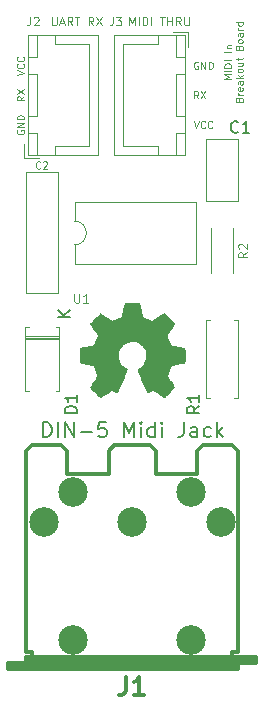
<source format=gbr>
%TF.GenerationSoftware,KiCad,Pcbnew,6.0.7-f9a2dced07~116~ubuntu20.04.1*%
%TF.CreationDate,2022-08-23T18:53:04+02:00*%
%TF.ProjectId,MIDI_IN,4d494449-5f49-44e2-9e6b-696361645f70,rev?*%
%TF.SameCoordinates,Original*%
%TF.FileFunction,Legend,Top*%
%TF.FilePolarity,Positive*%
%FSLAX46Y46*%
G04 Gerber Fmt 4.6, Leading zero omitted, Abs format (unit mm)*
G04 Created by KiCad (PCBNEW 6.0.7-f9a2dced07~116~ubuntu20.04.1) date 2022-08-23 18:53:04*
%MOMM*%
%LPD*%
G01*
G04 APERTURE LIST*
%ADD10C,0.100000*%
%ADD11C,0.060000*%
%ADD12C,0.150000*%
%ADD13C,0.304800*%
%ADD14C,0.200000*%
%ADD15C,0.120000*%
%ADD16C,0.010000*%
%ADD17C,2.499360*%
G04 APERTURE END LIST*
D10*
X107206606Y-83071906D02*
X107006606Y-82786192D01*
X106863748Y-83071906D02*
X106863748Y-82471906D01*
X107092320Y-82471906D01*
X107149463Y-82500478D01*
X107178034Y-82529049D01*
X107206606Y-82586192D01*
X107206606Y-82671906D01*
X107178034Y-82729049D01*
X107149463Y-82757620D01*
X107092320Y-82786192D01*
X106863748Y-82786192D01*
X107406606Y-82471906D02*
X107806606Y-83071906D01*
X107806606Y-82471906D02*
X107406606Y-83071906D01*
X92439152Y-82904000D02*
X92153438Y-83104000D01*
X92439152Y-83246857D02*
X91839152Y-83246857D01*
X91839152Y-83018285D01*
X91867724Y-82961142D01*
X91896295Y-82932571D01*
X91953438Y-82904000D01*
X92039152Y-82904000D01*
X92096295Y-82932571D01*
X92124866Y-82961142D01*
X92153438Y-83018285D01*
X92153438Y-83246857D01*
X91839152Y-82704000D02*
X92439152Y-82304000D01*
X91839152Y-82304000D02*
X92439152Y-82704000D01*
X107178034Y-80011278D02*
X107120891Y-79982706D01*
X107035177Y-79982706D01*
X106949462Y-80011278D01*
X106892319Y-80068420D01*
X106863748Y-80125563D01*
X106835177Y-80239849D01*
X106835177Y-80325563D01*
X106863748Y-80439849D01*
X106892319Y-80496992D01*
X106949462Y-80554135D01*
X107035177Y-80582706D01*
X107092319Y-80582706D01*
X107178034Y-80554135D01*
X107206605Y-80525563D01*
X107206605Y-80325563D01*
X107092319Y-80325563D01*
X107463748Y-80582706D02*
X107463748Y-79982706D01*
X107806605Y-80582706D01*
X107806605Y-79982706D01*
X108092319Y-80582706D02*
X108092319Y-79982706D01*
X108235177Y-79982706D01*
X108320891Y-80011278D01*
X108378034Y-80068420D01*
X108406605Y-80125563D01*
X108435177Y-80239849D01*
X108435177Y-80325563D01*
X108406605Y-80439849D01*
X108378034Y-80496992D01*
X108320891Y-80554135D01*
X108235177Y-80582706D01*
X108092319Y-80582706D01*
X106830288Y-84986506D02*
X107030288Y-85586506D01*
X107230288Y-84986506D01*
X107773145Y-85529363D02*
X107744573Y-85557935D01*
X107658859Y-85586506D01*
X107601716Y-85586506D01*
X107516002Y-85557935D01*
X107458859Y-85500792D01*
X107430288Y-85443649D01*
X107401716Y-85329363D01*
X107401716Y-85243649D01*
X107430288Y-85129363D01*
X107458859Y-85072220D01*
X107516002Y-85015078D01*
X107601716Y-84986506D01*
X107658859Y-84986506D01*
X107744573Y-85015078D01*
X107773145Y-85043649D01*
X108373145Y-85529363D02*
X108344573Y-85557935D01*
X108258859Y-85586506D01*
X108201716Y-85586506D01*
X108116002Y-85557935D01*
X108058859Y-85500792D01*
X108030288Y-85443649D01*
X108001716Y-85329363D01*
X108001716Y-85243649D01*
X108030288Y-85129363D01*
X108058859Y-85072220D01*
X108116002Y-85015078D01*
X108201716Y-84986506D01*
X108258859Y-84986506D01*
X108344573Y-85015078D01*
X108373145Y-85043649D01*
X91839152Y-81114800D02*
X92439152Y-80914800D01*
X91839152Y-80714800D01*
X92382009Y-80171942D02*
X92410581Y-80200514D01*
X92439152Y-80286228D01*
X92439152Y-80343371D01*
X92410581Y-80429085D01*
X92353438Y-80486228D01*
X92296295Y-80514800D01*
X92182009Y-80543371D01*
X92096295Y-80543371D01*
X91982009Y-80514800D01*
X91924866Y-80486228D01*
X91867724Y-80429085D01*
X91839152Y-80343371D01*
X91839152Y-80286228D01*
X91867724Y-80200514D01*
X91896295Y-80171942D01*
X92382009Y-79571942D02*
X92410581Y-79600514D01*
X92439152Y-79686228D01*
X92439152Y-79743371D01*
X92410581Y-79829085D01*
X92353438Y-79886228D01*
X92296295Y-79914800D01*
X92182009Y-79943371D01*
X92096295Y-79943371D01*
X91982009Y-79914800D01*
X91924866Y-79886228D01*
X91867724Y-79829085D01*
X91839152Y-79743371D01*
X91839152Y-79686228D01*
X91867724Y-79600514D01*
X91896295Y-79571942D01*
X91876600Y-85775742D02*
X91848028Y-85832885D01*
X91848028Y-85918600D01*
X91876600Y-86004314D01*
X91933742Y-86061457D01*
X91990885Y-86090028D01*
X92105171Y-86118600D01*
X92190885Y-86118600D01*
X92305171Y-86090028D01*
X92362314Y-86061457D01*
X92419457Y-86004314D01*
X92448028Y-85918600D01*
X92448028Y-85861457D01*
X92419457Y-85775742D01*
X92390885Y-85747171D01*
X92190885Y-85747171D01*
X92190885Y-85861457D01*
X92448028Y-85490028D02*
X91848028Y-85490028D01*
X92448028Y-85147171D01*
X91848028Y-85147171D01*
X92448028Y-84861457D02*
X91848028Y-84861457D01*
X91848028Y-84718600D01*
X91876600Y-84632885D01*
X91933742Y-84575742D01*
X91990885Y-84547171D01*
X92105171Y-84518600D01*
X92190885Y-84518600D01*
X92305171Y-84547171D01*
X92362314Y-84575742D01*
X92419457Y-84632885D01*
X92448028Y-84718600D01*
X92448028Y-84861457D01*
D11*
X110007380Y-81438571D02*
X109407380Y-81438571D01*
X109835952Y-81238571D01*
X109407380Y-81038571D01*
X110007380Y-81038571D01*
X110007380Y-80752857D02*
X109407380Y-80752857D01*
X110007380Y-80467142D02*
X109407380Y-80467142D01*
X109407380Y-80324285D01*
X109435952Y-80238571D01*
X109493094Y-80181428D01*
X109550237Y-80152857D01*
X109664523Y-80124285D01*
X109750237Y-80124285D01*
X109864523Y-80152857D01*
X109921666Y-80181428D01*
X109978809Y-80238571D01*
X110007380Y-80324285D01*
X110007380Y-80467142D01*
X110007380Y-79867142D02*
X109407380Y-79867142D01*
X110007380Y-79124285D02*
X109407380Y-79124285D01*
X109607380Y-78838571D02*
X110007380Y-78838571D01*
X109664523Y-78838571D02*
X109635952Y-78810000D01*
X109607380Y-78752857D01*
X109607380Y-78667142D01*
X109635952Y-78610000D01*
X109693094Y-78581428D01*
X110007380Y-78581428D01*
X110659094Y-83167142D02*
X110687666Y-83081428D01*
X110716237Y-83052857D01*
X110773380Y-83024285D01*
X110859094Y-83024285D01*
X110916237Y-83052857D01*
X110944809Y-83081428D01*
X110973380Y-83138571D01*
X110973380Y-83367142D01*
X110373380Y-83367142D01*
X110373380Y-83167142D01*
X110401952Y-83110000D01*
X110430523Y-83081428D01*
X110487666Y-83052857D01*
X110544809Y-83052857D01*
X110601952Y-83081428D01*
X110630523Y-83110000D01*
X110659094Y-83167142D01*
X110659094Y-83367142D01*
X110973380Y-82767142D02*
X110573380Y-82767142D01*
X110687666Y-82767142D02*
X110630523Y-82738571D01*
X110601952Y-82710000D01*
X110573380Y-82652857D01*
X110573380Y-82595714D01*
X110944809Y-82167142D02*
X110973380Y-82224285D01*
X110973380Y-82338571D01*
X110944809Y-82395714D01*
X110887666Y-82424285D01*
X110659094Y-82424285D01*
X110601952Y-82395714D01*
X110573380Y-82338571D01*
X110573380Y-82224285D01*
X110601952Y-82167142D01*
X110659094Y-82138571D01*
X110716237Y-82138571D01*
X110773380Y-82424285D01*
X110973380Y-81624285D02*
X110659094Y-81624285D01*
X110601952Y-81652857D01*
X110573380Y-81710000D01*
X110573380Y-81824285D01*
X110601952Y-81881428D01*
X110944809Y-81624285D02*
X110973380Y-81681428D01*
X110973380Y-81824285D01*
X110944809Y-81881428D01*
X110887666Y-81910000D01*
X110830523Y-81910000D01*
X110773380Y-81881428D01*
X110744809Y-81824285D01*
X110744809Y-81681428D01*
X110716237Y-81624285D01*
X110973380Y-81338571D02*
X110373380Y-81338571D01*
X110744809Y-81281428D02*
X110973380Y-81110000D01*
X110573380Y-81110000D02*
X110801952Y-81338571D01*
X110973380Y-80767142D02*
X110944809Y-80824285D01*
X110916237Y-80852857D01*
X110859094Y-80881428D01*
X110687666Y-80881428D01*
X110630523Y-80852857D01*
X110601952Y-80824285D01*
X110573380Y-80767142D01*
X110573380Y-80681428D01*
X110601952Y-80624285D01*
X110630523Y-80595714D01*
X110687666Y-80567142D01*
X110859094Y-80567142D01*
X110916237Y-80595714D01*
X110944809Y-80624285D01*
X110973380Y-80681428D01*
X110973380Y-80767142D01*
X110573380Y-80052857D02*
X110973380Y-80052857D01*
X110573380Y-80310000D02*
X110887666Y-80310000D01*
X110944809Y-80281428D01*
X110973380Y-80224285D01*
X110973380Y-80138571D01*
X110944809Y-80081428D01*
X110916237Y-80052857D01*
X110573380Y-79852857D02*
X110573380Y-79624285D01*
X110373380Y-79767142D02*
X110887666Y-79767142D01*
X110944809Y-79738571D01*
X110973380Y-79681428D01*
X110973380Y-79624285D01*
X110659094Y-78767142D02*
X110687666Y-78681428D01*
X110716237Y-78652857D01*
X110773380Y-78624285D01*
X110859094Y-78624285D01*
X110916237Y-78652857D01*
X110944809Y-78681428D01*
X110973380Y-78738571D01*
X110973380Y-78967142D01*
X110373380Y-78967142D01*
X110373380Y-78767142D01*
X110401952Y-78710000D01*
X110430523Y-78681428D01*
X110487666Y-78652857D01*
X110544809Y-78652857D01*
X110601952Y-78681428D01*
X110630523Y-78710000D01*
X110659094Y-78767142D01*
X110659094Y-78967142D01*
X110973380Y-78281428D02*
X110944809Y-78338571D01*
X110916237Y-78367142D01*
X110859094Y-78395714D01*
X110687666Y-78395714D01*
X110630523Y-78367142D01*
X110601952Y-78338571D01*
X110573380Y-78281428D01*
X110573380Y-78195714D01*
X110601952Y-78138571D01*
X110630523Y-78110000D01*
X110687666Y-78081428D01*
X110859094Y-78081428D01*
X110916237Y-78110000D01*
X110944809Y-78138571D01*
X110973380Y-78195714D01*
X110973380Y-78281428D01*
X110973380Y-77567142D02*
X110659094Y-77567142D01*
X110601952Y-77595714D01*
X110573380Y-77652857D01*
X110573380Y-77767142D01*
X110601952Y-77824285D01*
X110944809Y-77567142D02*
X110973380Y-77624285D01*
X110973380Y-77767142D01*
X110944809Y-77824285D01*
X110887666Y-77852857D01*
X110830523Y-77852857D01*
X110773380Y-77824285D01*
X110744809Y-77767142D01*
X110744809Y-77624285D01*
X110716237Y-77567142D01*
X110973380Y-77281428D02*
X110573380Y-77281428D01*
X110687666Y-77281428D02*
X110630523Y-77252857D01*
X110601952Y-77224285D01*
X110573380Y-77167142D01*
X110573380Y-77110000D01*
X110973380Y-76652857D02*
X110373380Y-76652857D01*
X110944809Y-76652857D02*
X110973380Y-76710000D01*
X110973380Y-76824285D01*
X110944809Y-76881428D01*
X110916237Y-76910000D01*
X110859094Y-76938571D01*
X110687666Y-76938571D01*
X110630523Y-76910000D01*
X110601952Y-76881428D01*
X110573380Y-76824285D01*
X110573380Y-76710000D01*
X110601952Y-76652857D01*
D10*
%TO.C,R2*%
X111337285Y-96097000D02*
X110980142Y-96347000D01*
X111337285Y-96525571D02*
X110587285Y-96525571D01*
X110587285Y-96239857D01*
X110623000Y-96168428D01*
X110658714Y-96132714D01*
X110730142Y-96097000D01*
X110837285Y-96097000D01*
X110908714Y-96132714D01*
X110944428Y-96168428D01*
X110980142Y-96239857D01*
X110980142Y-96525571D01*
X110658714Y-95811285D02*
X110623000Y-95775571D01*
X110587285Y-95704142D01*
X110587285Y-95525571D01*
X110623000Y-95454142D01*
X110658714Y-95418428D01*
X110730142Y-95382714D01*
X110801571Y-95382714D01*
X110908714Y-95418428D01*
X111337285Y-95847000D01*
X111337285Y-95382714D01*
%TO.C,U1*%
X96703571Y-99626285D02*
X96703571Y-100233428D01*
X96739285Y-100304857D01*
X96775000Y-100340571D01*
X96846428Y-100376285D01*
X96989285Y-100376285D01*
X97060714Y-100340571D01*
X97096428Y-100304857D01*
X97132142Y-100233428D01*
X97132142Y-99626285D01*
X97882142Y-100376285D02*
X97453571Y-100376285D01*
X97667857Y-100376285D02*
X97667857Y-99626285D01*
X97596428Y-99733428D01*
X97525000Y-99804857D01*
X97453571Y-99840571D01*
%TO.C,J3*%
X99969666Y-76197666D02*
X99969666Y-76697666D01*
X99936333Y-76797666D01*
X99869666Y-76864333D01*
X99769666Y-76897666D01*
X99703000Y-76897666D01*
X100236333Y-76197666D02*
X100669666Y-76197666D01*
X100436333Y-76464333D01*
X100536333Y-76464333D01*
X100603000Y-76497666D01*
X100636333Y-76531000D01*
X100669666Y-76597666D01*
X100669666Y-76764333D01*
X100636333Y-76831000D01*
X100603000Y-76864333D01*
X100536333Y-76897666D01*
X100336333Y-76897666D01*
X100269666Y-76864333D01*
X100236333Y-76831000D01*
X101352666Y-76897666D02*
X101352666Y-76197666D01*
X101586000Y-76697666D01*
X101819333Y-76197666D01*
X101819333Y-76897666D01*
X102152666Y-76897666D02*
X102152666Y-76197666D01*
X102486000Y-76897666D02*
X102486000Y-76197666D01*
X102652666Y-76197666D01*
X102752666Y-76231000D01*
X102819333Y-76297666D01*
X102852666Y-76364333D01*
X102886000Y-76497666D01*
X102886000Y-76597666D01*
X102852666Y-76731000D01*
X102819333Y-76797666D01*
X102752666Y-76864333D01*
X102652666Y-76897666D01*
X102486000Y-76897666D01*
X103186000Y-76897666D02*
X103186000Y-76197666D01*
X103952666Y-76197666D02*
X104352666Y-76197666D01*
X104152666Y-76897666D02*
X104152666Y-76197666D01*
X104586000Y-76897666D02*
X104586000Y-76197666D01*
X104586000Y-76531000D02*
X104986000Y-76531000D01*
X104986000Y-76897666D02*
X104986000Y-76197666D01*
X105719333Y-76897666D02*
X105486000Y-76564333D01*
X105319333Y-76897666D02*
X105319333Y-76197666D01*
X105586000Y-76197666D01*
X105652666Y-76231000D01*
X105686000Y-76264333D01*
X105719333Y-76331000D01*
X105719333Y-76431000D01*
X105686000Y-76497666D01*
X105652666Y-76531000D01*
X105586000Y-76564333D01*
X105319333Y-76564333D01*
X106019333Y-76197666D02*
X106019333Y-76764333D01*
X106052666Y-76831000D01*
X106086000Y-76864333D01*
X106152666Y-76897666D01*
X106286000Y-76897666D01*
X106352666Y-76864333D01*
X106386000Y-76831000D01*
X106419333Y-76764333D01*
X106419333Y-76197666D01*
X94807999Y-76197666D02*
X94807999Y-76764333D01*
X94841332Y-76831000D01*
X94874666Y-76864333D01*
X94941332Y-76897666D01*
X95074666Y-76897666D01*
X95141332Y-76864333D01*
X95174666Y-76831000D01*
X95207999Y-76764333D01*
X95207999Y-76197666D01*
X95507999Y-76697666D02*
X95841332Y-76697666D01*
X95441332Y-76897666D02*
X95674666Y-76197666D01*
X95907999Y-76897666D01*
X96541332Y-76897666D02*
X96307999Y-76564333D01*
X96141332Y-76897666D02*
X96141332Y-76197666D01*
X96407999Y-76197666D01*
X96474666Y-76231000D01*
X96507999Y-76264333D01*
X96541332Y-76331000D01*
X96541332Y-76431000D01*
X96507999Y-76497666D01*
X96474666Y-76531000D01*
X96407999Y-76564333D01*
X96141332Y-76564333D01*
X96741332Y-76197666D02*
X97141332Y-76197666D01*
X96941332Y-76897666D02*
X96941332Y-76197666D01*
X98307999Y-76897666D02*
X98074666Y-76564333D01*
X97907999Y-76897666D02*
X97907999Y-76197666D01*
X98174666Y-76197666D01*
X98241332Y-76231000D01*
X98274666Y-76264333D01*
X98307999Y-76331000D01*
X98307999Y-76431000D01*
X98274666Y-76497666D01*
X98241332Y-76531000D01*
X98174666Y-76564333D01*
X97907999Y-76564333D01*
X98541332Y-76197666D02*
X99007999Y-76897666D01*
X99007999Y-76197666D02*
X98541332Y-76897666D01*
D12*
%TO.C,R1*%
X107285380Y-109131763D02*
X106809190Y-109465097D01*
X107285380Y-109703192D02*
X106285380Y-109703192D01*
X106285380Y-109322239D01*
X106333000Y-109227001D01*
X106380619Y-109179382D01*
X106475857Y-109131763D01*
X106618714Y-109131763D01*
X106713952Y-109179382D01*
X106761571Y-109227001D01*
X106809190Y-109322239D01*
X106809190Y-109703192D01*
X107285380Y-108179382D02*
X107285380Y-108750811D01*
X107285380Y-108465097D02*
X106285380Y-108465097D01*
X106428238Y-108560335D01*
X106523476Y-108655573D01*
X106571095Y-108750811D01*
D13*
%TO.C,J1*%
X101092000Y-132086168D02*
X101092000Y-133174740D01*
X101019428Y-133392454D01*
X100874285Y-133537597D01*
X100656571Y-133610168D01*
X100511428Y-133610168D01*
X102616000Y-133610168D02*
X101745142Y-133610168D01*
X102180571Y-133610168D02*
X102180571Y-132086168D01*
X102035428Y-132303882D01*
X101890285Y-132449025D01*
X101745142Y-132521597D01*
D14*
X94091276Y-111766676D02*
X94091276Y-110516676D01*
X94388895Y-110516676D01*
X94567466Y-110576200D01*
X94686514Y-110695247D01*
X94746038Y-110814295D01*
X94805561Y-111052390D01*
X94805561Y-111230961D01*
X94746038Y-111469057D01*
X94686514Y-111588104D01*
X94567466Y-111707152D01*
X94388895Y-111766676D01*
X94091276Y-111766676D01*
X95341276Y-111766676D02*
X95341276Y-110516676D01*
X95936514Y-111766676D02*
X95936514Y-110516676D01*
X96650799Y-111766676D01*
X96650799Y-110516676D01*
X97246038Y-111290485D02*
X98198419Y-111290485D01*
X99388895Y-110516676D02*
X98793657Y-110516676D01*
X98734133Y-111111914D01*
X98793657Y-111052390D01*
X98912704Y-110992866D01*
X99210323Y-110992866D01*
X99329371Y-111052390D01*
X99388895Y-111111914D01*
X99448419Y-111230961D01*
X99448419Y-111528580D01*
X99388895Y-111647628D01*
X99329371Y-111707152D01*
X99210323Y-111766676D01*
X98912704Y-111766676D01*
X98793657Y-111707152D01*
X98734133Y-111647628D01*
X100936514Y-111766676D02*
X100936514Y-110516676D01*
X101353180Y-111409533D01*
X101769847Y-110516676D01*
X101769847Y-111766676D01*
X102365085Y-111766676D02*
X102365085Y-110933342D01*
X102365085Y-110516676D02*
X102305561Y-110576200D01*
X102365085Y-110635723D01*
X102424609Y-110576200D01*
X102365085Y-110516676D01*
X102365085Y-110635723D01*
X103496038Y-111766676D02*
X103496038Y-110516676D01*
X103496038Y-111707152D02*
X103376990Y-111766676D01*
X103138895Y-111766676D01*
X103019847Y-111707152D01*
X102960323Y-111647628D01*
X102900799Y-111528580D01*
X102900799Y-111171438D01*
X102960323Y-111052390D01*
X103019847Y-110992866D01*
X103138895Y-110933342D01*
X103376990Y-110933342D01*
X103496038Y-110992866D01*
X104091276Y-111766676D02*
X104091276Y-110933342D01*
X104091276Y-110516676D02*
X104031752Y-110576200D01*
X104091276Y-110635723D01*
X104150799Y-110576200D01*
X104091276Y-110516676D01*
X104091276Y-110635723D01*
X105996038Y-110516676D02*
X105996038Y-111409533D01*
X105936514Y-111588104D01*
X105817466Y-111707152D01*
X105638895Y-111766676D01*
X105519847Y-111766676D01*
X107126990Y-111766676D02*
X107126990Y-111111914D01*
X107067466Y-110992866D01*
X106948419Y-110933342D01*
X106710323Y-110933342D01*
X106591276Y-110992866D01*
X107126990Y-111707152D02*
X107007942Y-111766676D01*
X106710323Y-111766676D01*
X106591276Y-111707152D01*
X106531752Y-111588104D01*
X106531752Y-111469057D01*
X106591276Y-111350009D01*
X106710323Y-111290485D01*
X107007942Y-111290485D01*
X107126990Y-111230961D01*
X108257942Y-111707152D02*
X108138895Y-111766676D01*
X107900799Y-111766676D01*
X107781752Y-111707152D01*
X107722228Y-111647628D01*
X107662704Y-111528580D01*
X107662704Y-111171438D01*
X107722228Y-111052390D01*
X107781752Y-110992866D01*
X107900799Y-110933342D01*
X108138895Y-110933342D01*
X108257942Y-110992866D01*
X108793657Y-111766676D02*
X108793657Y-110516676D01*
X108912704Y-111290485D02*
X109269847Y-111766676D01*
X109269847Y-110933342D02*
X108793657Y-111409533D01*
D10*
%TO.C,J2*%
X92984666Y-76197666D02*
X92984666Y-76697666D01*
X92951333Y-76797666D01*
X92884666Y-76864333D01*
X92784666Y-76897666D01*
X92718000Y-76897666D01*
X93284666Y-76264333D02*
X93318000Y-76231000D01*
X93384666Y-76197666D01*
X93551333Y-76197666D01*
X93618000Y-76231000D01*
X93651333Y-76264333D01*
X93684666Y-76331000D01*
X93684666Y-76397666D01*
X93651333Y-76497666D01*
X93251333Y-76897666D01*
X93684666Y-76897666D01*
%TO.C,C2*%
X93829200Y-88961885D02*
X93800628Y-88990457D01*
X93714914Y-89019028D01*
X93657771Y-89019028D01*
X93572057Y-88990457D01*
X93514914Y-88933314D01*
X93486342Y-88876171D01*
X93457771Y-88761885D01*
X93457771Y-88676171D01*
X93486342Y-88561885D01*
X93514914Y-88504742D01*
X93572057Y-88447600D01*
X93657771Y-88419028D01*
X93714914Y-88419028D01*
X93800628Y-88447600D01*
X93829200Y-88476171D01*
X94057771Y-88476171D02*
X94086342Y-88447600D01*
X94143485Y-88419028D01*
X94286342Y-88419028D01*
X94343485Y-88447600D01*
X94372057Y-88476171D01*
X94400628Y-88533314D01*
X94400628Y-88590457D01*
X94372057Y-88676171D01*
X94029200Y-89019028D01*
X94400628Y-89019028D01*
D12*
%TO.C,D1*%
X96902380Y-109703192D02*
X95902380Y-109703192D01*
X95902380Y-109465097D01*
X95950000Y-109322239D01*
X96045238Y-109227001D01*
X96140476Y-109179382D01*
X96330952Y-109131763D01*
X96473809Y-109131763D01*
X96664285Y-109179382D01*
X96759523Y-109227001D01*
X96854761Y-109322239D01*
X96902380Y-109465097D01*
X96902380Y-109703192D01*
X96902380Y-108179382D02*
X96902380Y-108750811D01*
X96902380Y-108465097D02*
X95902380Y-108465097D01*
X96045238Y-108560335D01*
X96140476Y-108655573D01*
X96188095Y-108750811D01*
X96332380Y-101607904D02*
X95332380Y-101607904D01*
X96332380Y-101036476D02*
X95760952Y-101465047D01*
X95332380Y-101036476D02*
X95903809Y-101607904D01*
%TO.C,C1*%
X110565705Y-85904342D02*
X110518086Y-85951961D01*
X110375229Y-85999580D01*
X110279991Y-85999580D01*
X110137133Y-85951961D01*
X110041895Y-85856723D01*
X109994276Y-85761485D01*
X109946657Y-85571009D01*
X109946657Y-85428152D01*
X109994276Y-85237676D01*
X110041895Y-85142438D01*
X110137133Y-85047200D01*
X110279991Y-84999580D01*
X110375229Y-84999580D01*
X110518086Y-85047200D01*
X110565705Y-85094819D01*
X111518086Y-85999580D02*
X110946657Y-85999580D01*
X111232372Y-85999580D02*
X111232372Y-84999580D01*
X111137133Y-85142438D01*
X111041895Y-85237676D01*
X110946657Y-85285295D01*
D15*
%TO.C,R2*%
X108283000Y-94052000D02*
X108283000Y-97892000D01*
X110123000Y-94052000D02*
X110123000Y-97892000D01*
%TO.C,U1*%
X107004000Y-97129000D02*
X107004000Y-91829000D01*
X96724000Y-91829000D02*
X96724000Y-93479000D01*
X107004000Y-91829000D02*
X96724000Y-91829000D01*
X96724000Y-97129000D02*
X107004000Y-97129000D01*
X96724000Y-95479000D02*
X96724000Y-97129000D01*
X96724000Y-95479000D02*
G75*
G03*
X96724000Y-93479000I0J1000000D01*
G01*
%TO.C,J3*%
X100088200Y-77744000D02*
X100088200Y-87864000D01*
X106048200Y-81054000D02*
X105298200Y-81054000D01*
X106048200Y-84554000D02*
X106048200Y-81054000D01*
X105298200Y-77754000D02*
X105298200Y-79554000D01*
X100088200Y-87864000D02*
X106058200Y-87864000D01*
X106058200Y-77744000D02*
X100088200Y-77744000D01*
X103798200Y-87854000D02*
X103798200Y-87104000D01*
X106058200Y-87864000D02*
X106058200Y-77744000D01*
X100848200Y-87104000D02*
X100848200Y-82804000D01*
X105298200Y-87854000D02*
X106048200Y-87854000D01*
X100848200Y-78504000D02*
X100848200Y-82804000D01*
X103798200Y-87104000D02*
X100848200Y-87104000D01*
X106048200Y-77754000D02*
X105298200Y-77754000D01*
X106048200Y-87854000D02*
X106048200Y-86054000D01*
X105298200Y-79554000D02*
X106048200Y-79554000D01*
X106048200Y-79554000D02*
X106048200Y-77754000D01*
X105298200Y-84554000D02*
X106048200Y-84554000D01*
X103798200Y-78504000D02*
X100848200Y-78504000D01*
X103798200Y-77754000D02*
X103798200Y-78504000D01*
X106348200Y-77454000D02*
X105098200Y-77454000D01*
X105298200Y-86054000D02*
X105298200Y-87854000D01*
X105298200Y-81054000D02*
X105298200Y-84554000D01*
X106348200Y-78704000D02*
X106348200Y-77454000D01*
X106048200Y-86054000D02*
X105298200Y-86054000D01*
%TO.C,R1*%
X107833000Y-101886000D02*
X108163000Y-101886000D01*
X107833000Y-108426000D02*
X107833000Y-101886000D01*
X110243000Y-108426000D02*
X110573000Y-108426000D01*
X110573000Y-101886000D02*
X110243000Y-101886000D01*
X110573000Y-108426000D02*
X110573000Y-101886000D01*
X108163000Y-108426000D02*
X107833000Y-108426000D01*
D13*
%TO.C,J1*%
X107099100Y-114919760D02*
X103598980Y-114919760D01*
X110098840Y-130418840D02*
X110098840Y-129921000D01*
X99601020Y-112920780D02*
X99601020Y-114919760D01*
X112100360Y-130418840D02*
X112100360Y-130919220D01*
X110599220Y-129921000D02*
X110098840Y-129921000D01*
X110599220Y-130919220D02*
X92600780Y-130919220D01*
X100098860Y-112420400D02*
X103101140Y-112420400D01*
X92600780Y-112920780D02*
X93101160Y-112420400D01*
X93101160Y-112420400D02*
X95600520Y-112420400D01*
X110599220Y-112920780D02*
X110098840Y-112420400D01*
X100098860Y-112420400D02*
X99601020Y-112920780D01*
X110098840Y-112420400D02*
X108099860Y-112420400D01*
X95600520Y-112420400D02*
X96100900Y-112920780D01*
X110599220Y-131419600D02*
X91099640Y-131419600D01*
X92600780Y-130919220D02*
X92600780Y-130418840D01*
X92600780Y-112920780D02*
X92600780Y-129921000D01*
X91099640Y-130919220D02*
X92600780Y-130919220D01*
X96100900Y-114919760D02*
X99601020Y-114919760D01*
X112100360Y-130919220D02*
X110599220Y-130919220D01*
X103598980Y-112920780D02*
X103598980Y-114919760D01*
X107099100Y-112920780D02*
X107099100Y-114919760D01*
X96100900Y-112920780D02*
X96100900Y-114919760D01*
X110599220Y-112920780D02*
X110599220Y-129921000D01*
X110599220Y-130919220D02*
X110599220Y-131419600D01*
X107599480Y-112420400D02*
X107099100Y-112920780D01*
X93101160Y-129921000D02*
X93101160Y-130418840D01*
X92600780Y-129921000D02*
X93101160Y-129921000D01*
X108099860Y-112420400D02*
X107599480Y-112420400D01*
X103101140Y-112420400D02*
X103598980Y-112920780D01*
X91099640Y-131419600D02*
X91099640Y-130919220D01*
X91099640Y-131170680D02*
X110599220Y-131170680D01*
X92600780Y-130670300D02*
X112100360Y-130670300D01*
X92600780Y-130418840D02*
X112100360Y-130418840D01*
D15*
%TO.C,J2*%
X92783000Y-79554000D02*
X93533000Y-79554000D01*
X93533000Y-87854000D02*
X93533000Y-86054000D01*
X95033000Y-87854000D02*
X95033000Y-87104000D01*
X95033000Y-87104000D02*
X97983000Y-87104000D01*
X92783000Y-87854000D02*
X93533000Y-87854000D01*
X92783000Y-77754000D02*
X92783000Y-79554000D01*
X93533000Y-81054000D02*
X92783000Y-81054000D01*
X93533000Y-86054000D02*
X92783000Y-86054000D01*
X95033000Y-77754000D02*
X95033000Y-78504000D01*
X93533000Y-77754000D02*
X92783000Y-77754000D01*
X97983000Y-78504000D02*
X97983000Y-82804000D01*
X92783000Y-86054000D02*
X92783000Y-87854000D01*
X98743000Y-87864000D02*
X98743000Y-77744000D01*
X92773000Y-87864000D02*
X98743000Y-87864000D01*
X92483000Y-86904000D02*
X92483000Y-88154000D01*
X98743000Y-77744000D02*
X92773000Y-77744000D01*
X92773000Y-77744000D02*
X92773000Y-87864000D01*
X92783000Y-84554000D02*
X93533000Y-84554000D01*
X92783000Y-81054000D02*
X92783000Y-84554000D01*
X95033000Y-78504000D02*
X97983000Y-78504000D01*
X92483000Y-88154000D02*
X93733000Y-88154000D01*
X93533000Y-79554000D02*
X93533000Y-77754000D01*
X93533000Y-84554000D02*
X93533000Y-81054000D01*
X97983000Y-87104000D02*
X97983000Y-82804000D01*
%TO.C,C2*%
X92593000Y-99568000D02*
X92593000Y-89328000D01*
X92593000Y-99568000D02*
X95333000Y-99568000D01*
X92593000Y-89328000D02*
X95333000Y-89328000D01*
X95333000Y-99568000D02*
X95333000Y-89328000D01*
%TO.C,D1*%
X92510000Y-107876000D02*
X92840000Y-107876000D01*
X95450000Y-102436000D02*
X95450000Y-107876000D01*
X95120000Y-102436000D02*
X95450000Y-102436000D01*
X95450000Y-103216000D02*
X92510000Y-103216000D01*
X95450000Y-103456000D02*
X92510000Y-103456000D01*
X95450000Y-103336000D02*
X92510000Y-103336000D01*
X92510000Y-102436000D02*
X92510000Y-107876000D01*
X92840000Y-102436000D02*
X92510000Y-102436000D01*
X95450000Y-107876000D02*
X95120000Y-107876000D01*
%TO.C,C1*%
X110573000Y-91754000D02*
X110573000Y-86514000D01*
X107833000Y-91754000D02*
X110573000Y-91754000D01*
X107833000Y-91754000D02*
X107833000Y-86514000D01*
X107833000Y-86514000D02*
X110573000Y-86514000D01*
%TO.C,REF\u002A\u002A*%
G36*
X102334110Y-101019827D02*
G01*
X102446692Y-101617018D01*
X102862105Y-101788265D01*
X103277519Y-101959512D01*
X103775876Y-101620633D01*
X103915443Y-101526277D01*
X104041603Y-101442030D01*
X104148470Y-101371738D01*
X104230157Y-101319247D01*
X104280776Y-101288404D01*
X104294561Y-101281753D01*
X104319395Y-101298858D01*
X104372463Y-101346144D01*
X104447815Y-101417572D01*
X104539504Y-101507100D01*
X104641582Y-101608689D01*
X104748101Y-101716298D01*
X104853111Y-101823887D01*
X104950666Y-101925415D01*
X105034817Y-102014841D01*
X105099615Y-102086126D01*
X105139112Y-102133228D01*
X105148555Y-102148992D01*
X105134966Y-102178053D01*
X105096868Y-102241721D01*
X105038268Y-102333767D01*
X104963172Y-102447964D01*
X104875583Y-102578084D01*
X104824829Y-102652301D01*
X104732320Y-102787822D01*
X104650115Y-102910116D01*
X104582205Y-103013095D01*
X104532575Y-103090673D01*
X104505215Y-103136761D01*
X104501104Y-103146447D01*
X104510424Y-103173974D01*
X104535829Y-103238128D01*
X104573486Y-103329890D01*
X104619561Y-103440239D01*
X104670221Y-103560155D01*
X104721634Y-103680619D01*
X104769964Y-103792609D01*
X104811381Y-103887107D01*
X104842049Y-103955092D01*
X104858136Y-103987543D01*
X104859086Y-103988820D01*
X104884347Y-103995017D01*
X104951620Y-104008840D01*
X105053935Y-104028932D01*
X105184316Y-104053934D01*
X105335791Y-104082486D01*
X105424168Y-104098951D01*
X105586027Y-104129769D01*
X105732224Y-104159094D01*
X105855362Y-104185321D01*
X105948044Y-104206846D01*
X106002876Y-104222065D01*
X106013898Y-104226893D01*
X106024693Y-104259574D01*
X106033404Y-104333385D01*
X106040035Y-104439692D01*
X106044593Y-104569867D01*
X106047084Y-104715276D01*
X106047513Y-104867290D01*
X106045886Y-105017277D01*
X106042210Y-105156606D01*
X106036490Y-105276645D01*
X106028732Y-105368765D01*
X106018943Y-105424332D01*
X106013071Y-105435900D01*
X105977974Y-105449765D01*
X105903603Y-105469588D01*
X105799798Y-105493039D01*
X105676394Y-105517791D01*
X105633316Y-105525798D01*
X105425622Y-105563841D01*
X105261559Y-105594479D01*
X105135705Y-105618929D01*
X105042640Y-105638409D01*
X104976942Y-105654136D01*
X104933192Y-105667328D01*
X104905967Y-105679204D01*
X104889847Y-105690980D01*
X104887592Y-105693308D01*
X104865078Y-105730800D01*
X104830733Y-105803765D01*
X104787986Y-105903267D01*
X104740267Y-106020373D01*
X104691005Y-106146148D01*
X104643630Y-106271657D01*
X104601570Y-106387965D01*
X104568255Y-106486139D01*
X104547116Y-106557243D01*
X104541580Y-106592342D01*
X104542041Y-106593572D01*
X104560798Y-106622261D01*
X104603351Y-106685385D01*
X104665228Y-106776373D01*
X104741957Y-106888655D01*
X104829066Y-107015660D01*
X104853873Y-107051753D01*
X104942327Y-107182603D01*
X105020163Y-107301991D01*
X105083141Y-107403062D01*
X105127020Y-107478959D01*
X105147560Y-107522827D01*
X105148555Y-107528217D01*
X105131297Y-107556544D01*
X105083610Y-107612661D01*
X105011625Y-107690537D01*
X104921472Y-107784140D01*
X104819280Y-107887441D01*
X104711180Y-107994406D01*
X104603303Y-108099006D01*
X104501779Y-108195209D01*
X104412737Y-108276984D01*
X104342308Y-108338300D01*
X104296622Y-108373126D01*
X104283984Y-108378812D01*
X104254566Y-108365420D01*
X104194336Y-108329299D01*
X104113104Y-108276536D01*
X104050605Y-108234067D01*
X103937360Y-108156140D01*
X103803249Y-108064384D01*
X103668730Y-107972775D01*
X103596408Y-107923746D01*
X103351613Y-107758170D01*
X103146125Y-107869275D01*
X103052511Y-107917948D01*
X102972905Y-107955781D01*
X102919042Y-107977358D01*
X102905332Y-107980361D01*
X102888845Y-107958193D01*
X102856320Y-107895549D01*
X102810183Y-107798209D01*
X102752865Y-107671949D01*
X102686791Y-107522550D01*
X102614390Y-107355788D01*
X102538091Y-107177442D01*
X102460321Y-106993291D01*
X102383509Y-106809112D01*
X102310081Y-106630685D01*
X102242467Y-106463787D01*
X102183095Y-106314197D01*
X102134391Y-106187693D01*
X102098785Y-106090054D01*
X102078705Y-106027057D01*
X102075475Y-106005421D01*
X102101071Y-105977824D01*
X102157113Y-105933025D01*
X102231886Y-105880334D01*
X102238162Y-105876165D01*
X102431420Y-105721469D01*
X102587249Y-105540991D01*
X102704299Y-105340502D01*
X102781220Y-105125774D01*
X102816661Y-104902577D01*
X102809272Y-104676681D01*
X102757702Y-104453859D01*
X102660601Y-104239879D01*
X102632033Y-104193064D01*
X102483443Y-104004018D01*
X102307902Y-103852212D01*
X102111485Y-103738434D01*
X101900268Y-103663475D01*
X101680328Y-103628122D01*
X101457738Y-103633167D01*
X101238576Y-103679399D01*
X101028917Y-103767606D01*
X100834836Y-103898579D01*
X100774801Y-103951737D01*
X100622010Y-104118139D01*
X100510672Y-104293312D01*
X100434298Y-104489666D01*
X100391762Y-104684117D01*
X100381261Y-104902742D01*
X100416275Y-105122452D01*
X100493248Y-105335820D01*
X100608622Y-105535422D01*
X100758840Y-105713829D01*
X100940348Y-105863617D01*
X100964202Y-105879406D01*
X101039776Y-105931112D01*
X101097226Y-105975912D01*
X101124692Y-106004517D01*
X101125092Y-106005421D01*
X101119195Y-106036364D01*
X101095820Y-106106591D01*
X101057396Y-106210325D01*
X101006352Y-106341790D01*
X100945117Y-106495207D01*
X100876119Y-106664801D01*
X100801788Y-106844793D01*
X100724553Y-107029408D01*
X100646843Y-107212868D01*
X100571086Y-107389396D01*
X100499712Y-107553214D01*
X100435149Y-107698547D01*
X100379827Y-107819617D01*
X100336175Y-107910647D01*
X100306621Y-107965860D01*
X100294719Y-107980361D01*
X100258352Y-107969069D01*
X100190305Y-107938785D01*
X100102311Y-107894920D01*
X100053925Y-107869275D01*
X99848438Y-107758170D01*
X99603643Y-107923746D01*
X99478681Y-108008570D01*
X99341870Y-108101916D01*
X99213663Y-108189808D01*
X99149446Y-108234067D01*
X99059126Y-108294718D01*
X98982646Y-108342781D01*
X98929982Y-108372170D01*
X98912877Y-108378382D01*
X98887980Y-108361623D01*
X98832880Y-108314836D01*
X98752918Y-108242880D01*
X98653435Y-108150612D01*
X98539775Y-108042890D01*
X98467890Y-107973726D01*
X98342126Y-107850157D01*
X98233438Y-107739634D01*
X98146220Y-107646885D01*
X98084864Y-107576637D01*
X98053766Y-107533620D01*
X98050783Y-107524890D01*
X98064628Y-107491684D01*
X98102887Y-107424542D01*
X98161316Y-107330263D01*
X98235672Y-107215645D01*
X98321710Y-107087483D01*
X98346177Y-107051753D01*
X98435329Y-106921889D01*
X98515313Y-106804969D01*
X98581655Y-106707562D01*
X98629886Y-106636239D01*
X98655532Y-106597570D01*
X98658010Y-106593572D01*
X98654304Y-106562755D01*
X98634636Y-106494999D01*
X98602435Y-106399239D01*
X98561130Y-106284409D01*
X98514150Y-106159444D01*
X98464924Y-106033279D01*
X98416883Y-105914848D01*
X98373456Y-105813085D01*
X98338071Y-105736926D01*
X98314159Y-105695304D01*
X98312459Y-105693308D01*
X98297837Y-105681413D01*
X98273140Y-105669650D01*
X98232947Y-105656801D01*
X98171838Y-105641649D01*
X98084392Y-105622976D01*
X97965187Y-105599565D01*
X97808802Y-105570197D01*
X97609818Y-105533655D01*
X97566735Y-105525798D01*
X97439045Y-105501127D01*
X97327728Y-105476993D01*
X97242620Y-105455724D01*
X97193558Y-105439648D01*
X97186980Y-105435900D01*
X97176139Y-105402673D01*
X97167328Y-105328421D01*
X97160551Y-105221776D01*
X97155815Y-105091367D01*
X97153125Y-104945827D01*
X97152488Y-104793786D01*
X97153909Y-104643876D01*
X97157395Y-104504728D01*
X97162951Y-104384972D01*
X97170583Y-104293241D01*
X97180297Y-104238166D01*
X97186153Y-104226893D01*
X97218755Y-104215523D01*
X97292993Y-104197024D01*
X97401471Y-104173002D01*
X97536792Y-104145062D01*
X97691560Y-104114808D01*
X97775882Y-104098951D01*
X97935871Y-104069044D01*
X98078542Y-104041950D01*
X98196923Y-104019031D01*
X98284040Y-104001643D01*
X98332920Y-103991147D01*
X98340965Y-103988820D01*
X98354562Y-103962586D01*
X98383304Y-103899395D01*
X98423360Y-103808277D01*
X98470899Y-103698257D01*
X98522090Y-103578365D01*
X98573101Y-103457627D01*
X98620101Y-103345071D01*
X98659259Y-103249726D01*
X98686744Y-103180617D01*
X98698724Y-103146774D01*
X98698947Y-103145295D01*
X98685366Y-103118597D01*
X98647290Y-103057160D01*
X98588722Y-102967089D01*
X98513663Y-102854490D01*
X98426115Y-102725470D01*
X98375222Y-102651361D01*
X98282484Y-102515477D01*
X98200116Y-102392109D01*
X98132136Y-102287497D01*
X98082563Y-102207883D01*
X98055417Y-102159507D01*
X98051496Y-102148662D01*
X98068350Y-102123420D01*
X98114943Y-102069524D01*
X98185323Y-101993013D01*
X98273540Y-101899923D01*
X98373640Y-101796295D01*
X98479673Y-101688164D01*
X98585686Y-101581570D01*
X98685727Y-101482550D01*
X98773845Y-101397142D01*
X98844088Y-101331385D01*
X98890503Y-101291316D01*
X98906031Y-101281753D01*
X98931314Y-101295200D01*
X98991786Y-101332975D01*
X99081567Y-101391235D01*
X99194778Y-101466134D01*
X99325538Y-101553825D01*
X99424174Y-101620633D01*
X99922532Y-101959512D01*
X100337945Y-101788265D01*
X100753359Y-101617018D01*
X100865941Y-101019827D01*
X100978524Y-100422635D01*
X102221527Y-100422635D01*
X102334110Y-101019827D01*
G37*
D16*
X102334110Y-101019827D02*
X102446692Y-101617018D01*
X102862105Y-101788265D01*
X103277519Y-101959512D01*
X103775876Y-101620633D01*
X103915443Y-101526277D01*
X104041603Y-101442030D01*
X104148470Y-101371738D01*
X104230157Y-101319247D01*
X104280776Y-101288404D01*
X104294561Y-101281753D01*
X104319395Y-101298858D01*
X104372463Y-101346144D01*
X104447815Y-101417572D01*
X104539504Y-101507100D01*
X104641582Y-101608689D01*
X104748101Y-101716298D01*
X104853111Y-101823887D01*
X104950666Y-101925415D01*
X105034817Y-102014841D01*
X105099615Y-102086126D01*
X105139112Y-102133228D01*
X105148555Y-102148992D01*
X105134966Y-102178053D01*
X105096868Y-102241721D01*
X105038268Y-102333767D01*
X104963172Y-102447964D01*
X104875583Y-102578084D01*
X104824829Y-102652301D01*
X104732320Y-102787822D01*
X104650115Y-102910116D01*
X104582205Y-103013095D01*
X104532575Y-103090673D01*
X104505215Y-103136761D01*
X104501104Y-103146447D01*
X104510424Y-103173974D01*
X104535829Y-103238128D01*
X104573486Y-103329890D01*
X104619561Y-103440239D01*
X104670221Y-103560155D01*
X104721634Y-103680619D01*
X104769964Y-103792609D01*
X104811381Y-103887107D01*
X104842049Y-103955092D01*
X104858136Y-103987543D01*
X104859086Y-103988820D01*
X104884347Y-103995017D01*
X104951620Y-104008840D01*
X105053935Y-104028932D01*
X105184316Y-104053934D01*
X105335791Y-104082486D01*
X105424168Y-104098951D01*
X105586027Y-104129769D01*
X105732224Y-104159094D01*
X105855362Y-104185321D01*
X105948044Y-104206846D01*
X106002876Y-104222065D01*
X106013898Y-104226893D01*
X106024693Y-104259574D01*
X106033404Y-104333385D01*
X106040035Y-104439692D01*
X106044593Y-104569867D01*
X106047084Y-104715276D01*
X106047513Y-104867290D01*
X106045886Y-105017277D01*
X106042210Y-105156606D01*
X106036490Y-105276645D01*
X106028732Y-105368765D01*
X106018943Y-105424332D01*
X106013071Y-105435900D01*
X105977974Y-105449765D01*
X105903603Y-105469588D01*
X105799798Y-105493039D01*
X105676394Y-105517791D01*
X105633316Y-105525798D01*
X105425622Y-105563841D01*
X105261559Y-105594479D01*
X105135705Y-105618929D01*
X105042640Y-105638409D01*
X104976942Y-105654136D01*
X104933192Y-105667328D01*
X104905967Y-105679204D01*
X104889847Y-105690980D01*
X104887592Y-105693308D01*
X104865078Y-105730800D01*
X104830733Y-105803765D01*
X104787986Y-105903267D01*
X104740267Y-106020373D01*
X104691005Y-106146148D01*
X104643630Y-106271657D01*
X104601570Y-106387965D01*
X104568255Y-106486139D01*
X104547116Y-106557243D01*
X104541580Y-106592342D01*
X104542041Y-106593572D01*
X104560798Y-106622261D01*
X104603351Y-106685385D01*
X104665228Y-106776373D01*
X104741957Y-106888655D01*
X104829066Y-107015660D01*
X104853873Y-107051753D01*
X104942327Y-107182603D01*
X105020163Y-107301991D01*
X105083141Y-107403062D01*
X105127020Y-107478959D01*
X105147560Y-107522827D01*
X105148555Y-107528217D01*
X105131297Y-107556544D01*
X105083610Y-107612661D01*
X105011625Y-107690537D01*
X104921472Y-107784140D01*
X104819280Y-107887441D01*
X104711180Y-107994406D01*
X104603303Y-108099006D01*
X104501779Y-108195209D01*
X104412737Y-108276984D01*
X104342308Y-108338300D01*
X104296622Y-108373126D01*
X104283984Y-108378812D01*
X104254566Y-108365420D01*
X104194336Y-108329299D01*
X104113104Y-108276536D01*
X104050605Y-108234067D01*
X103937360Y-108156140D01*
X103803249Y-108064384D01*
X103668730Y-107972775D01*
X103596408Y-107923746D01*
X103351613Y-107758170D01*
X103146125Y-107869275D01*
X103052511Y-107917948D01*
X102972905Y-107955781D01*
X102919042Y-107977358D01*
X102905332Y-107980361D01*
X102888845Y-107958193D01*
X102856320Y-107895549D01*
X102810183Y-107798209D01*
X102752865Y-107671949D01*
X102686791Y-107522550D01*
X102614390Y-107355788D01*
X102538091Y-107177442D01*
X102460321Y-106993291D01*
X102383509Y-106809112D01*
X102310081Y-106630685D01*
X102242467Y-106463787D01*
X102183095Y-106314197D01*
X102134391Y-106187693D01*
X102098785Y-106090054D01*
X102078705Y-106027057D01*
X102075475Y-106005421D01*
X102101071Y-105977824D01*
X102157113Y-105933025D01*
X102231886Y-105880334D01*
X102238162Y-105876165D01*
X102431420Y-105721469D01*
X102587249Y-105540991D01*
X102704299Y-105340502D01*
X102781220Y-105125774D01*
X102816661Y-104902577D01*
X102809272Y-104676681D01*
X102757702Y-104453859D01*
X102660601Y-104239879D01*
X102632033Y-104193064D01*
X102483443Y-104004018D01*
X102307902Y-103852212D01*
X102111485Y-103738434D01*
X101900268Y-103663475D01*
X101680328Y-103628122D01*
X101457738Y-103633167D01*
X101238576Y-103679399D01*
X101028917Y-103767606D01*
X100834836Y-103898579D01*
X100774801Y-103951737D01*
X100622010Y-104118139D01*
X100510672Y-104293312D01*
X100434298Y-104489666D01*
X100391762Y-104684117D01*
X100381261Y-104902742D01*
X100416275Y-105122452D01*
X100493248Y-105335820D01*
X100608622Y-105535422D01*
X100758840Y-105713829D01*
X100940348Y-105863617D01*
X100964202Y-105879406D01*
X101039776Y-105931112D01*
X101097226Y-105975912D01*
X101124692Y-106004517D01*
X101125092Y-106005421D01*
X101119195Y-106036364D01*
X101095820Y-106106591D01*
X101057396Y-106210325D01*
X101006352Y-106341790D01*
X100945117Y-106495207D01*
X100876119Y-106664801D01*
X100801788Y-106844793D01*
X100724553Y-107029408D01*
X100646843Y-107212868D01*
X100571086Y-107389396D01*
X100499712Y-107553214D01*
X100435149Y-107698547D01*
X100379827Y-107819617D01*
X100336175Y-107910647D01*
X100306621Y-107965860D01*
X100294719Y-107980361D01*
X100258352Y-107969069D01*
X100190305Y-107938785D01*
X100102311Y-107894920D01*
X100053925Y-107869275D01*
X99848438Y-107758170D01*
X99603643Y-107923746D01*
X99478681Y-108008570D01*
X99341870Y-108101916D01*
X99213663Y-108189808D01*
X99149446Y-108234067D01*
X99059126Y-108294718D01*
X98982646Y-108342781D01*
X98929982Y-108372170D01*
X98912877Y-108378382D01*
X98887980Y-108361623D01*
X98832880Y-108314836D01*
X98752918Y-108242880D01*
X98653435Y-108150612D01*
X98539775Y-108042890D01*
X98467890Y-107973726D01*
X98342126Y-107850157D01*
X98233438Y-107739634D01*
X98146220Y-107646885D01*
X98084864Y-107576637D01*
X98053766Y-107533620D01*
X98050783Y-107524890D01*
X98064628Y-107491684D01*
X98102887Y-107424542D01*
X98161316Y-107330263D01*
X98235672Y-107215645D01*
X98321710Y-107087483D01*
X98346177Y-107051753D01*
X98435329Y-106921889D01*
X98515313Y-106804969D01*
X98581655Y-106707562D01*
X98629886Y-106636239D01*
X98655532Y-106597570D01*
X98658010Y-106593572D01*
X98654304Y-106562755D01*
X98634636Y-106494999D01*
X98602435Y-106399239D01*
X98561130Y-106284409D01*
X98514150Y-106159444D01*
X98464924Y-106033279D01*
X98416883Y-105914848D01*
X98373456Y-105813085D01*
X98338071Y-105736926D01*
X98314159Y-105695304D01*
X98312459Y-105693308D01*
X98297837Y-105681413D01*
X98273140Y-105669650D01*
X98232947Y-105656801D01*
X98171838Y-105641649D01*
X98084392Y-105622976D01*
X97965187Y-105599565D01*
X97808802Y-105570197D01*
X97609818Y-105533655D01*
X97566735Y-105525798D01*
X97439045Y-105501127D01*
X97327728Y-105476993D01*
X97242620Y-105455724D01*
X97193558Y-105439648D01*
X97186980Y-105435900D01*
X97176139Y-105402673D01*
X97167328Y-105328421D01*
X97160551Y-105221776D01*
X97155815Y-105091367D01*
X97153125Y-104945827D01*
X97152488Y-104793786D01*
X97153909Y-104643876D01*
X97157395Y-104504728D01*
X97162951Y-104384972D01*
X97170583Y-104293241D01*
X97180297Y-104238166D01*
X97186153Y-104226893D01*
X97218755Y-104215523D01*
X97292993Y-104197024D01*
X97401471Y-104173002D01*
X97536792Y-104145062D01*
X97691560Y-104114808D01*
X97775882Y-104098951D01*
X97935871Y-104069044D01*
X98078542Y-104041950D01*
X98196923Y-104019031D01*
X98284040Y-104001643D01*
X98332920Y-103991147D01*
X98340965Y-103988820D01*
X98354562Y-103962586D01*
X98383304Y-103899395D01*
X98423360Y-103808277D01*
X98470899Y-103698257D01*
X98522090Y-103578365D01*
X98573101Y-103457627D01*
X98620101Y-103345071D01*
X98659259Y-103249726D01*
X98686744Y-103180617D01*
X98698724Y-103146774D01*
X98698947Y-103145295D01*
X98685366Y-103118597D01*
X98647290Y-103057160D01*
X98588722Y-102967089D01*
X98513663Y-102854490D01*
X98426115Y-102725470D01*
X98375222Y-102651361D01*
X98282484Y-102515477D01*
X98200116Y-102392109D01*
X98132136Y-102287497D01*
X98082563Y-102207883D01*
X98055417Y-102159507D01*
X98051496Y-102148662D01*
X98068350Y-102123420D01*
X98114943Y-102069524D01*
X98185323Y-101993013D01*
X98273540Y-101899923D01*
X98373640Y-101796295D01*
X98479673Y-101688164D01*
X98585686Y-101581570D01*
X98685727Y-101482550D01*
X98773845Y-101397142D01*
X98844088Y-101331385D01*
X98890503Y-101291316D01*
X98906031Y-101281753D01*
X98931314Y-101295200D01*
X98991786Y-101332975D01*
X99081567Y-101391235D01*
X99194778Y-101466134D01*
X99325538Y-101553825D01*
X99424174Y-101620633D01*
X99922532Y-101959512D01*
X100337945Y-101788265D01*
X100753359Y-101617018D01*
X100865941Y-101019827D01*
X100978524Y-100422635D01*
X102221527Y-100422635D01*
X102334110Y-101019827D01*
%TD*%
D17*
%TO.C,J1*%
X96598740Y-128917700D03*
X106601260Y-128917700D03*
X109098080Y-118922800D03*
X101600000Y-118920260D03*
X94101920Y-118922800D03*
X106596180Y-116420900D03*
X96603820Y-116420900D03*
%TD*%
M02*

</source>
